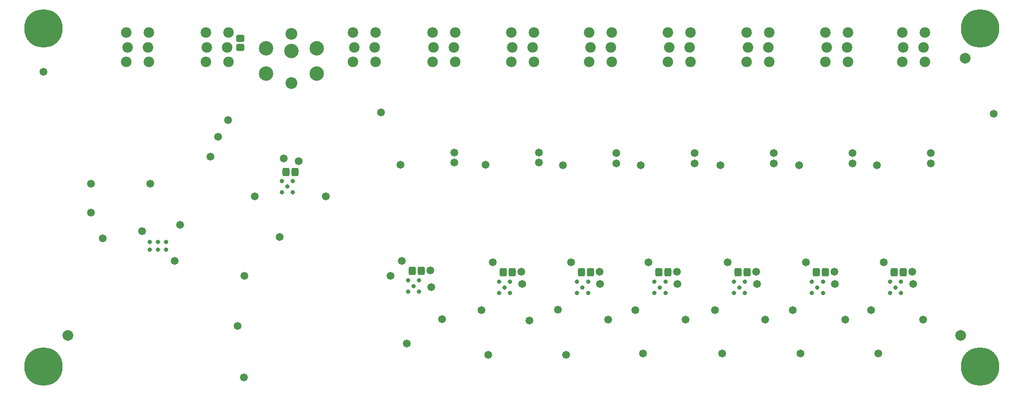
<source format=gbs>
G04 Layer_Color=16711935*
%FSLAX44Y44*%
%MOMM*%
G71*
G01*
G75*
G04:AMPARAMS|DCode=52|XSize=1.6002mm|YSize=1.2954mm|CornerRadius=0.3037mm|HoleSize=0mm|Usage=FLASHONLY|Rotation=0.000|XOffset=0mm|YOffset=0mm|HoleType=Round|Shape=RoundedRectangle|*
%AMROUNDEDRECTD52*
21,1,1.6002,0.6881,0,0,0.0*
21,1,0.9929,1.2954,0,0,0.0*
1,1,0.6073,0.4964,-0.3440*
1,1,0.6073,-0.4964,-0.3440*
1,1,0.6073,-0.4964,0.3440*
1,1,0.6073,0.4964,0.3440*
%
%ADD52ROUNDEDRECTD52*%
G04:AMPARAMS|DCode=57|XSize=1.6002mm|YSize=1.2954mm|CornerRadius=0.3037mm|HoleSize=0mm|Usage=FLASHONLY|Rotation=270.000|XOffset=0mm|YOffset=0mm|HoleType=Round|Shape=RoundedRectangle|*
%AMROUNDEDRECTD57*
21,1,1.6002,0.6881,0,0,270.0*
21,1,0.9929,1.2954,0,0,270.0*
1,1,0.6073,-0.3440,-0.4964*
1,1,0.6073,-0.3440,0.4964*
1,1,0.6073,0.3440,0.4964*
1,1,0.6073,0.3440,-0.4964*
%
%ADD57ROUNDEDRECTD57*%
%ADD76C,1.9832*%
%ADD77C,7.2032*%
%ADD78C,2.0000*%
%ADD79C,2.2032*%
%ADD80C,2.7032*%
%ADD81C,1.4732*%
%ADD82C,0.8032*%
D52*
X500380Y1210691D02*
D03*
Y1227709D02*
D03*
D57*
X839089Y791210D02*
D03*
X822071D02*
D03*
X602869Y976630D02*
D03*
X585851D02*
D03*
X1155319Y788670D02*
D03*
X1138301D02*
D03*
X1009269D02*
D03*
X992251D02*
D03*
X1740789D02*
D03*
X1723771D02*
D03*
X1594739D02*
D03*
X1577721D02*
D03*
X1448689D02*
D03*
X1431671D02*
D03*
X1300099D02*
D03*
X1283081D02*
D03*
D76*
X327020Y1210750D02*
D03*
X288970D02*
D03*
X287020Y1183250D02*
D03*
X329020D02*
D03*
Y1238250D02*
D03*
X287020D02*
D03*
X751200Y1210750D02*
D03*
X713150D02*
D03*
X711200Y1183250D02*
D03*
X753200D02*
D03*
Y1238250D02*
D03*
X711200D02*
D03*
X899790Y1210750D02*
D03*
X861740D02*
D03*
X859790Y1183250D02*
D03*
X901790D02*
D03*
Y1238250D02*
D03*
X859790D02*
D03*
X1778630Y1210750D02*
D03*
X1740580D02*
D03*
X1738630Y1183250D02*
D03*
X1780630D02*
D03*
Y1238250D02*
D03*
X1738630D02*
D03*
X1635120Y1210750D02*
D03*
X1597070D02*
D03*
X1595120Y1183250D02*
D03*
X1637120D02*
D03*
Y1238250D02*
D03*
X1595120D02*
D03*
X1487800Y1210750D02*
D03*
X1449750D02*
D03*
X1447800Y1183250D02*
D03*
X1489800D02*
D03*
Y1238250D02*
D03*
X1447800D02*
D03*
X1340480Y1210750D02*
D03*
X1302430D02*
D03*
X1300480Y1183250D02*
D03*
X1342480D02*
D03*
Y1238250D02*
D03*
X1300480D02*
D03*
X475610Y1210750D02*
D03*
X437560D02*
D03*
X435610Y1183250D02*
D03*
X477610D02*
D03*
Y1238250D02*
D03*
X435610D02*
D03*
X1193160Y1210750D02*
D03*
X1155110D02*
D03*
X1153160Y1183250D02*
D03*
X1195160D02*
D03*
Y1238250D02*
D03*
X1153160D02*
D03*
X1047110Y1210750D02*
D03*
X1009060D02*
D03*
X1007110Y1183250D02*
D03*
X1049110D02*
D03*
Y1238250D02*
D03*
X1007110D02*
D03*
D77*
X1884680Y612140D02*
D03*
X132080D02*
D03*
X1884680Y1245870D02*
D03*
X132080D02*
D03*
D78*
X177800Y670560D02*
D03*
X1847850D02*
D03*
X1856740Y1189990D02*
D03*
D79*
X595630Y1236150D02*
D03*
Y1143650D02*
D03*
D80*
Y1203650D02*
D03*
X643130Y1208650D02*
D03*
Y1161650D02*
D03*
X548130Y1208650D02*
D03*
Y1161650D02*
D03*
D81*
X1791970Y1012190D02*
D03*
Y993140D02*
D03*
X1691640Y989330D02*
D03*
X1645920Y1012190D02*
D03*
Y993140D02*
D03*
X1545590Y989330D02*
D03*
X1498600Y1012190D02*
D03*
Y993140D02*
D03*
X1398270Y989330D02*
D03*
X1350010Y1012190D02*
D03*
Y993140D02*
D03*
X1249680Y989330D02*
D03*
X1203960Y1012190D02*
D03*
Y993140D02*
D03*
X1103630Y989330D02*
D03*
X1059180Y1013460D02*
D03*
Y994410D02*
D03*
X958850Y990600D02*
D03*
X781050Y782320D02*
D03*
X1631950Y699770D02*
D03*
X1778000D02*
D03*
X1758950Y767080D02*
D03*
X1680210Y717550D02*
D03*
X1694180Y636270D02*
D03*
X1612900Y767080D02*
D03*
X1534160Y717550D02*
D03*
X1548130Y636270D02*
D03*
X1466850Y767080D02*
D03*
X1388110Y717550D02*
D03*
X1482090Y699770D02*
D03*
X1402080Y636270D02*
D03*
X1188720Y699770D02*
D03*
X1094740Y718820D02*
D03*
X1253490Y636270D02*
D03*
X1333500Y699770D02*
D03*
X1239520Y717550D02*
D03*
X1318260Y767080D02*
D03*
X1173480D02*
D03*
X1109980Y633730D02*
D03*
X1041400Y698500D02*
D03*
X963930Y633730D02*
D03*
X1027430Y767080D02*
D03*
X951230Y717550D02*
D03*
X811530Y655320D02*
D03*
X877570Y701040D02*
D03*
X857250Y760730D02*
D03*
X800100Y990600D02*
D03*
X900430Y994410D02*
D03*
Y1013460D02*
D03*
X763270Y1088390D02*
D03*
X1910080Y1085850D02*
D03*
X506730Y591820D02*
D03*
X132080Y1164590D02*
D03*
X477520Y1074420D02*
D03*
X444500Y1005840D02*
D03*
X458470Y1042670D02*
D03*
X660400Y930910D02*
D03*
X527050D02*
D03*
X574040Y854710D02*
D03*
X508000Y782320D02*
D03*
X495300Y688340D02*
D03*
X242570Y852170D02*
D03*
X220980Y900430D02*
D03*
Y955040D02*
D03*
X331470D02*
D03*
X377190Y810260D02*
D03*
X387350Y877570D02*
D03*
X316230Y866140D02*
D03*
X1704340Y807720D02*
D03*
X1757680Y789940D02*
D03*
X1558290Y807720D02*
D03*
X1611630Y789940D02*
D03*
X1412240Y807720D02*
D03*
X1465580Y789940D02*
D03*
X1263650Y807720D02*
D03*
X1316990Y789940D02*
D03*
X1118870Y807720D02*
D03*
X1172210Y789940D02*
D03*
X972820Y807720D02*
D03*
X1026160Y789940D02*
D03*
X855980Y792480D02*
D03*
X802640Y810260D02*
D03*
X609600Y996950D02*
D03*
X581660Y1002030D02*
D03*
D82*
X824230Y762710D02*
D03*
X834780Y773210D02*
D03*
Y752210D02*
D03*
X814030D02*
D03*
Y773210D02*
D03*
X577810Y959900D02*
D03*
Y938900D02*
D03*
X598560D02*
D03*
Y959900D02*
D03*
X588010Y949400D02*
D03*
X1140460Y760170D02*
D03*
X1151010Y770670D02*
D03*
Y749670D02*
D03*
X1130260D02*
D03*
Y770670D02*
D03*
X984210D02*
D03*
Y749670D02*
D03*
X1004960D02*
D03*
Y770670D02*
D03*
X994410Y760170D02*
D03*
X1725930D02*
D03*
X1736480Y770670D02*
D03*
Y749670D02*
D03*
X1715730D02*
D03*
Y770670D02*
D03*
X1569680D02*
D03*
Y749670D02*
D03*
X1590430D02*
D03*
Y770670D02*
D03*
X1579880Y760170D02*
D03*
X1433830D02*
D03*
X1444380Y770670D02*
D03*
Y749670D02*
D03*
X1423630D02*
D03*
Y770670D02*
D03*
X1275040D02*
D03*
Y749670D02*
D03*
X1295790D02*
D03*
Y770670D02*
D03*
X1285240Y760170D02*
D03*
X345890Y845760D02*
D03*
Y830760D02*
D03*
X330890Y845760D02*
D03*
Y830760D02*
D03*
X360890Y845760D02*
D03*
Y830760D02*
D03*
M02*

</source>
